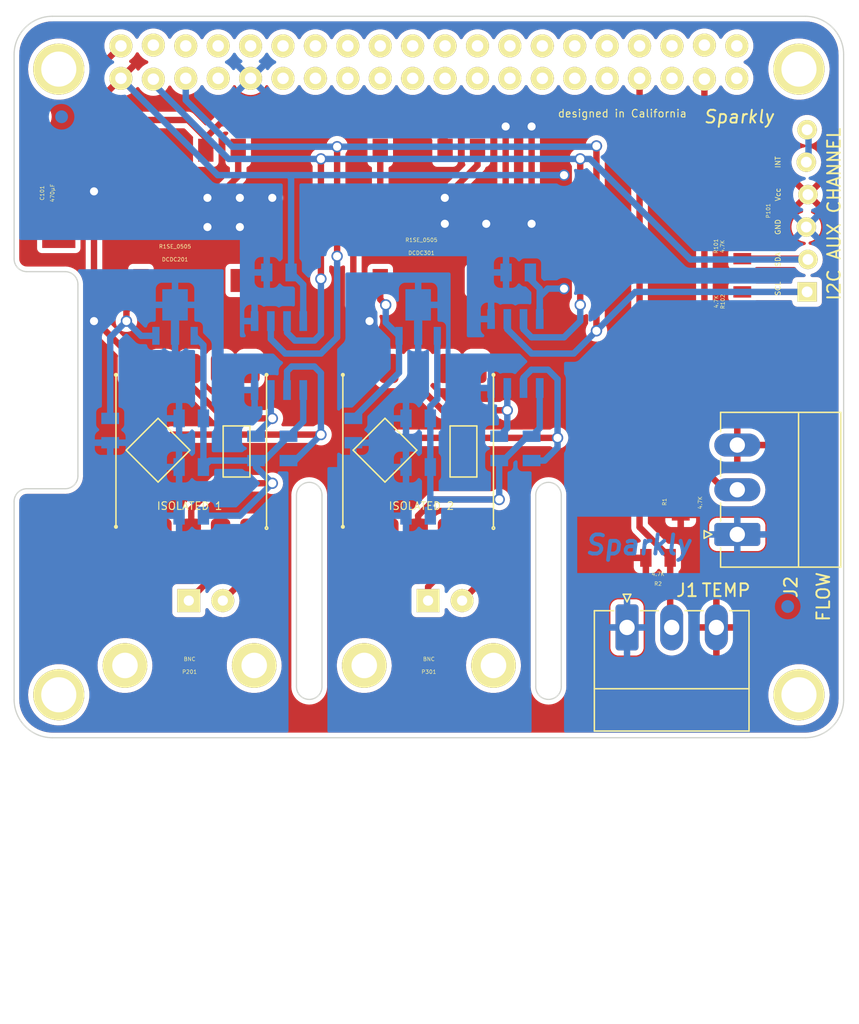
<source format=kicad_pcb>
(kicad_pcb (version 20211014) (generator pcbnew)
  (title_block (title "Tentacle for Raspberry Pi") (date "2017-04-19") (rev "1.0") (company "Whitebox Labs") (comment 1 "Pedro Martin") (comment 2 "Dual isolation, I2C Bus Desi"))
  (layers (0 "F.Cu" signal) (31 "B.Cu" signal) (34 "B.Paste" user) (35 "F.Paste" user) (36 "B.SilkS" user "B.Silkscreen") (37 "F.SilkS" user "F.Silkscreen") (38 "B.Mask" user) (39 "F.Mask" user) (44 "Edge.Cuts" user))
  (net 0 "")
  (net 1 "+3.3V")
  (net 2 "GND")
  (net 3 "GND_ISO2")
  (net 4 "VCC")
  (net 5 "V_ISO2")
  (net 6 "Net-(C202-Pad2)")
  (net 7 "Net-(C302-Pad2)")
  (net 8 "Net-(P101-Pad5)")
  (net 9 "Net-(P201-Pad1)")
  (net 10 "Net-(P201-Pad2)")
  (net 11 "Net-(P301-Pad1)")
  (net 12 "Net-(P301-Pad2)")
  (net 13 "Net-(R201-Pad2)")
  (net 14 "Net-(R202-Pad2)")
  (net 15 "Net-(R301-Pad2)")
  (net 16 "Net-(R302-Pad2)")
  (net 17 "GND_ISO3")
  (net 18 "V_ISO3")
  (net 19 "/SDA")
  (net 20 "/SCL")
  (net 25 "/nonisolated1/TEMP")
  (net 26 "/nonisolated1/FLOW")
  (footprint "temp_terminal:WL-fiducial_1mm" (layer "F.Cu") (at 107.442 65.278)
    (fp_text reference "fiducial" hide)
    (fp_text value "VAL**" hide)
    (pad "1" smd circle locked (at 0 0) (size 1 1) (layers "F.Cu" "F.Mask") (clearance 0.5))
  )
  (footprint "temp_terminal:WL-fiducial_1mm" (layer "F.Cu") (at 165.354 106.172)
    (fp_text reference "fiducial" hide)
    (fp_text value "VAL**" hide)
    (pad "1" smd circle locked (at 0 0) (size 1 1) (layers "F.Cu" "F.Mask") (clearance 0.5))
  )
  (footprint "temp_terminal:WL-PI_Board_no_outline" (layer "F.Cu") (at 138 61.5455)
    (fp_text reference "PI_Board" hide)
    (fp_text value "VAL**" hide)
    (pad "" thru_hole circle locked (at -29 49) (size 4 4) (drill 2.75) (layers *.Cu *.Mask "F.SilkS"))
    (pad "" thru_hole circle locked (at 29 49) (size 4 4) (drill 2.75) (layers *.Cu *.Mask "F.SilkS"))
    (pad "" thru_hole circle locked (at 29 0) (size 4 4) (drill 2.75) (layers *.Cu *.Mask "F.SilkS"))
    (pad "" thru_hole circle locked (at -29 0) (size 4 4) (drill 2.75) (layers *.Cu *.Mask "F.SilkS"))
  )
  (footprint "temp_terminal:WL-CASE-X-2917" (layer "F.Cu") (at 109 71.25 -90)
    (fp_text reference "C101" (at 0 1.304 -90) (layer "F.SilkS") (effects (font (size 0.3 0.3) (thickness 0.04))))
    (fp_text value "470µF" (at 0 0.5 -90) (layer "F.SilkS") (effects (font (size 0.3 0.3) (thickness 0.04))))
    (pad "1" smd rect locked (at -3.12 0 270) (size 2.37 2.6) (layers "F.Cu" "F.Paste" "F.Mask") (net 4 "VCC"))
    (pad "2" smd rect locked (at 3.12 0 270) (size 2.37 2.6) (layers "F.Cu" "F.Paste" "F.Mask") (net 2 "GND"))
  )
  (footprint "temp_terminal:WL-R1SE-0505" (layer "F.Cu") (at 119.25 73 180)
    (fp_text reference "DCDC201" (at 1.14 -3.454 180) (layer "F.SilkS") (effects (font (size 0.3 0.3) (thickness 0.04))))
    (fp_text value "R1SE_0505" (at 1.14 -2.438 180) (layer "F.SilkS") (effects (font (size 0.3 0.3) (thickness 0.04))))
    (pad "1" smd rect locked (at -3.81 5.1 180) (size 1.2 1.8) (layers "F.Cu" "F.Paste" "F.Mask") (net 2 "GND"))
    (pad "2" smd rect locked (at -1.27 5.1 180) (size 1.2 1.8) (layers "F.Cu" "F.Paste" "F.Mask") (net 4 "VCC"))
    (pad "4" smd rect locked (at 3.81 5.1 180) (size 1.2 1.8) (layers "F.Cu" "F.Paste" "F.Mask") (net 3 "GND_ISO2"))
    (pad "5" smd rect locked (at 3.81 -5.1 180) (size 1.2 1.8) (layers "F.Cu" "F.Paste" "F.Mask") (net 6 "Net-(C202-Pad2)"))
    (pad "8" smd rect locked (at -3.81 -5.1 180) (size 1.2 1.8) (layers "F.Cu" "F.Paste" "F.Mask"))
  )
  (footprint "temp_terminal:WL-R1SE-0505" (layer "F.Cu") (at 138 73 180)
    (fp_text reference "DCDC301" (at 0.586 -2.946 180) (layer "F.SilkS") (effects (font (size 0.3 0.3) (thickness 0.04))))
    (fp_text value "R1SE_0505" (at 0.586 -1.93 180) (layer "F.SilkS") (effects (font (size 0.3 0.3) (thickness 0.04))))
    (pad "1" smd rect locked (at -3.81 5.1 180) (size 1.2 1.8) (layers "F.Cu" "F.Paste" "F.Mask") (net 2 "GND"))
    (pad "2" smd rect locked (at -1.27 5.1 180) (size 1.2 1.8) (layers "F.Cu" "F.Paste" "F.Mask") (net 4 "VCC"))
    (pad "4" smd rect locked (at 3.81 5.1 180) (size 1.2 1.8) (layers "F.Cu" "F.Paste" "F.Mask") (net 17 "GND_ISO3"))
    (pad "5" smd rect locked (at 3.81 -5.1 180) (size 1.2 1.8) (layers "F.Cu" "F.Paste" "F.Mask") (net 7 "Net-(C302-Pad2)"))
    (pad "8" smd rect locked (at -3.81 -5.1 180) (size 1.2 1.8) (layers "F.Cu" "F.Paste" "F.Mask"))
  )
  (footprint "temp_terminal:WL-PINH_1X6_snk" (layer "F.Cu") (at 167.64 72.644 90)
    (fp_text reference "P101" (at 0 -3.048 90) (layer "F.SilkS") (effects (font (size 0.3 0.3) (thickness 0.04))))
    (fp_text value "CONN_01X06" hide)
    (pad "1" thru_hole rect locked (at -6.35 0 90) (size 1.524 1.524) (drill 0.85) (layers *.Cu *.Mask "F.SilkS") (net 20 "/SCL"))
    (pad "2" thru_hole circle locked (at -3.81 0.0635 90) (size 1.524 1.524) (drill 0.85) (layers *.Cu *.Mask "F.SilkS") (net 19 "/SDA"))
    (pad "3" thru_hole circle locked (at -1.27 -0.0635 90) (size 1.524 1.524) (drill 0.85) (layers *.Cu *.Mask "F.SilkS") (net 2 "GND"))
    (pad "4" thru_hole circle locked (at 1.27 0.0635 90) (size 1.524 1.524) (drill 0.85) (layers *.Cu *.Mask "F.SilkS") (net 1 "+3.3V"))
    (pad "5" thru_hole circle locked (at 3.81 -0.0635 90) (size 1.524 1.524) (drill 0.85) (layers *.Cu *.Mask "F.SilkS") (net 8 "Net-(P101-Pad5)"))
    (pad "6" thru_hole circle locked (at 6.35 0 90) (size 1.524 1.524) (drill 0.85) (layers *.Cu *.Mask "F.SilkS") (net 8 "Net-(P101-Pad5)"))
  )
  (footprint "temp_terminal:WL-EB08040502_snk" (layer "F.Cu") (at 119.25 108.25 180)
    (fp_text reference "P201" (at 0 -0.5 180) (layer "F.SilkS") (effects (font (size 0.3 0.3) (thickness 0.04))))
    (fp_text value "BNC" (at 0 0.5 180) (layer "F.SilkS") (effects (font (size 0.3 0.3) (thickness 0.04))))
    (pad "" thru_hole circle locked (at 5.0635 0 180) (size 3.5 3.5) (drill 2) (layers *.Cu *.Mask "F.SilkS"))
    (pad "" thru_hole circle locked (at -5.0635 0 180) (size 3.5 3.5) (drill 2) (layers *.Cu *.Mask "F.SilkS"))
    (pad "1" thru_hole rect locked (at 0.0635 5.08 180) (size 1.8 1.8) (drill 0.8) (layers *.Cu *.Mask "F.SilkS") (net 9 "Net-(P201-Pad1)"))
    (pad "2" thru_hole circle locked (at -2.6035 5.08 180) (size 1.8 1.8) (drill 0.8) (layers *.Cu *.Mask "F.SilkS") (net 10 "Net-(P201-Pad2)"))
  )
  (footprint "temp_terminal:WL-EB08040502_snk" (layer "F.Cu") (at 138 108.25 180)
    (fp_text reference "P301" (at 0 -0.5 180) (layer "F.SilkS") (effects (font (size 0.3 0.3) (thickness 0.04))))
    (fp_text value "BNC" (at 0 0.5 180) (layer "F.SilkS") (effects (font (size 0.3 0.3) (thickness 0.04))))
    (pad "" thru_hole circle locked (at 5.0635 0 180) (size 3.5 3.5) (drill 2) (layers *.Cu *.Mask "F.SilkS"))
    (pad "" thru_hole circle locked (at -5.0635 0 180) (size 3.5 3.5) (drill 2) (layers *.Cu *.Mask "F.SilkS"))
    (pad "1" thru_hole rect locked (at 0.0635 5.08 180) (size 1.8 1.8) (drill 0.8) (layers *.Cu *.Mask "F.SilkS") (net 11 "Net-(P301-Pad1)"))
    (pad "2" thru_hole circle locked (at -2.6035 5.08 180) (size 1.8 1.8) (drill 0.8) (layers *.Cu *.Mask "F.SilkS") (net 12 "Net-(P301-Pad2)"))
  )
  (footprint "temp_terminal:WL-40pin_snk" (layer "F.Cu") (at 138 61)
    (fp_text reference "PI_BOARD101")
    (fp_text value "RASPBERRY_PI_2")
    (pad "1" thru_hole circle locked (at -24.13 1.27 90) (size 1.8 1.8) (drill 0.9) (layers *.Cu *.Mask "F.SilkS") (net 1 "+3.3V"))
    (pad "2" thru_hole circle locked (at -24.13 -1.27 90) (size 1.8 1.8) (drill 0.9) (layers *.Cu *.Mask "F.SilkS") (net 4 "VCC"))
    (pad "3" thru_hole circle locked (at -21.59 1.3335 90) (size 1.8 1.8) (drill 0.9) (layers *.Cu *.Mask "F.SilkS") (net 19 "/SDA"))
    (pad "4" thru_hole circle locked (at -21.59 -1.3335 90) (size 1.8 1.8) (drill 0.9) (layers *.Cu *.Mask "F.SilkS"))
    (pad "5" thru_hole circle locked (at -19.05 1.27 90) (size 1.8 1.8) (drill 0.9) (layers *.Cu *.Mask "F.SilkS") (net 20 "/SCL"))
    (pad "6" thru_hole circle locked (at -19.05 -1.27 90) (size 1.8 1.8) (drill 0.9) (layers *.Cu *.Mask "F.SilkS"))
    (pad "7" thru_hole circle locked (at -16.51 1.27 90) (size 1.8 1.8) (drill 0.9) (layers *.Cu *.Mask "F.SilkS"))
    (pad "8" thru_hole circle locked (at -16.51 -1.27 90) (size 1.8 1.8) (drill 0.9) (layers *.Cu *.Mask "F.SilkS"))
    (pad "9" thru_hole circle locked (at -13.97 1.27 90) (size 1.8 1.8) (drill 0.9) (layers *.Cu *.Mask "F.SilkS") (net 2 "GND"))
    (pad "10" thru_hole circle locked (at -13.97 -1.27 90) (size 1.8 1.8) (drill 0.9) (layers *.Cu *.Mask "F.SilkS"))
    (pad "11" thru_hole circle locked (at -11.43 1.27 90) (size 1.8 1.8) (drill 0.9) (layers *.Cu *.Mask "F.SilkS"))
    (pad "12" thru_hole circle locked (at -11.43 -1.27 90) (size 1.8 1.8) (drill 0.9) (layers *.Cu *.Mask "F.SilkS"))
    (pad "13" thru_hole circle locked (at -8.89 1.27 90) (size 1.8 1.8) (drill 0.9) (layers *.Cu *.Mask "F.SilkS"))
    (pad "14" thru_hole circle locked (at -8.89 -1.27 90) (size 1.8 1.8) (drill 0.9) (layers *.Cu *.Mask "F.SilkS"))
    (pad "15" thru_hole circle locked (at -6.35 1.27 90) (size 1.8 1.8) (drill 0.9) (layers *.Cu *.Mask "F.SilkS"))
    (pad "16" thru_hole circle locked (at -6.35 -1.27 90) (size 1.8 1.8) (drill 0.9) (layers *.Cu *.Mask "F.SilkS"))
    (pad "17" thru_hole circle locked (at -3.81 1.27 90) (size 1.8 1.8) (drill 0.9) (layers *.Cu *.Mask "F.SilkS"))
    (pad "18" thru_hole circle locked (at -3.81 -1.27 90) (size 1.8 1.8) (drill 0.9) (layers *.Cu *.Mask "F.SilkS"))
    (pad "19" thru_hole circle locked (at -1.27 1.27 90) (size 1.8 1.8) (drill 0.9) (layers *.Cu *.Mask "F.SilkS"))
    (pad "20" thru_hole circle locked (at -1.27 -1.27 90) (size 1.8 1.8) (drill 0.9) (layers *.Cu *.Mask "F.SilkS"))
    (pad "21" thru_hole circle locked (at 1.27 1.27 90) (size 1.8 1.8) (drill 0.9) (layers *.Cu *.Mask "F.SilkS"))
    (pad "22" thru_hole circle locked (at 1.27 -1.27 90) (size 1.8 1.8) (drill 0.9) (layers *.Cu *.Mask "F.SilkS"))
    (pad "23" thru_hole circle locked (at 3.81 1.27 90) (size 1.8 1.8) (drill 0.9) (layers *.Cu *.Mask "F.SilkS"))
    (pad "24" thru_hole circle locked (at 3.81 -1.27 90) (size 1.8 1.8) (drill 0.9) (layers *.Cu *.Mask "F.SilkS"))
    (pad "25" thru_hole circle locked (at 6.35 1.27 90) (size 1.8 1.8) (drill 0.9) (layers *.Cu *.Mask "F.SilkS"))
    (pad "26" thru_hole circle locked (at 6.35 -1.27 90) (size 1.8 1.8) (drill 0.9) (layers *.Cu *.Mask "F.SilkS"))
    (pad "27" thru_hole circle locked (at 8.89 1.27 90) (size 1.8 1.8) (drill 0.9) (layers *.Cu *.Mask "F.SilkS"))
    (pad "28" thru_hole circle locked (at 8.89 -1.27 90) (size 1.8 1.8) (drill 0.9) (layers *.Cu *.Mask "F.SilkS"))
    (pad "29" thru_hole circle locked (at 11.43 1.27 90) (size 1.8 1.8) (drill 0.9) (layers *.Cu *.Mask "F.SilkS"))
    (pad "30" thru_hole circle locked (at 11.43 -1.27 90) (size 1.8 1.8) (drill 0.9) (layers *.Cu *.Mask "F.SilkS"))
    (pad "31" thru_hole circle locked (at 13.97 1.27 90) (size 1.8 1.8) (drill 0.9) (layers *.Cu *.Mask "F.SilkS"))
    (pad "32" thru_hole circle locked (at 13.97 -1.27 90) (size 1.8 1.8) (drill 0.9) (layers *.Cu *.Mask "F.SilkS"))
    (pad "33" thru_hole circle locked (at 16.51 1.27 90) (size 1.8 1.8) (drill 0.9) (layers *.Cu *.Mask "F.SilkS") (net 25 "/nonisolated1/TEMP"))
    (pad "34" thru_hole circle locked (at 16.51 -1.27 90) (size 1.8 1.8) (drill 0.9) (layers *.Cu *.Mask "F.SilkS"))
    (pad "35" thru_hole circle locked (at 19.05 1.27 90) (size 1.8 1.8) (drill 0.9) (layers *.Cu *.Mask "F.SilkS"))
    (pad "36" thru_hole circle locked (at 19.05 -1.27 90) (size 1.8 1.8) (drill 0.9) (layers *.Cu *.Mask "F.SilkS"))
    (pad "37" thru_hole circle locked (at 21.59 1.3335 90) (size 1.8 1.8) (drill 0.9) (layers *.Cu *.Mask "F.SilkS") (net 26 "/nonisolated1/FLOW"))
    (pad "38" thru_hole circle locked (at 21.59 -1.3335 90) (size 1.8 1.8) (drill 0.9) (layers *.Cu *.Mask "F.SilkS"))
    (pad "39" thru_hole circle locked (at 24.13 1.27 90) (size 1.8 1.8) (drill 0.9) (layers *.Cu *.Mask "F.SilkS"))
    (pad "40" thru_hole circle locked (at 24.13 -1.27 90) (size 1.8 1.8) (drill 0.9) (layers *.Cu *.Mask "F.SilkS"))
  )
  (footprint "temp_terminal:WL-SM0805R" (layer "F.Cu") (at 162.56 75.438 90)
    (fp_text reference "R101" (at 0.026 -2.064 90) (layer "F.SilkS") (effects (font (size 0.3 0.3) (thickness 0.04))))
    (fp_text value "4.7K" (at 0 -1.556 90) (layer "F.SilkS") (effects (font (size 0.3 0.3) (thickness 0.04))))
    (pad "1" smd rect locked (at -0.9525 0 90) (size 0.889 1.397) (layers "F.Cu" "F.Paste" "F.Mask") (net 19 "/SDA"))
    (pad "2" smd rect locked (at 0.9525 0 90) (size 0.889 1.397) (layers "F.Cu" "F.Paste" "F.Mask") (net 1 "+3.3V"))
  )
  (footprint "temp_terminal:WL-SM0805R" (layer "F.Cu") (at 162.56 79.9465 -90)
    (fp_text reference "R102" (at -0.1905 1.532 90) (layer "F.SilkS") (effects (font (size 0.3 0.3) (thickness 0.04))))
    (fp_text value "4.7K" (at -0.1905 2.04 90) (layer "F.SilkS") (effects (font (size 0.3 0.3) (thickness 0.04))))
    (pad "1" smd rect locked (at -0.9525 0 270) (size 0.889 1.397) (layers "F.Cu" "F.Paste" "F.Mask") (net 20 "/SCL"))
    (pad "2" smd rect locked (at 0.9525 0 270) (size 0.889 1.397) (layers "F.Cu" "F.Paste" "F.Mask") (net 1 "+3.3V"))
  )
  (footprint "temp_terminal:WL-ezo-smd" (layer "F.Cu") (at 114.78 97.89 90)
    (fp_text reference "STP201" hide)
    (fp_text value "EZO_SMD" hide)
    (pad "1" smd roundrect locked (at 0 0 90) (size 2.286 1.524) (layers "F.Cu" "F.Paste" "F.Mask") (net 14 "Net-(R202-Pad2)"))
    (pad "2" smd roundrect locked (at 0 2.3 90) (size 2.286 1.524) (layers "F.Cu" "F.Paste" "F.Mask"))
    (pad "3" smd roundrect locked (at 0 4.6 90) (size 2.286 1.524) (layers "F.Cu" "F.Paste" "F.Mask") (net 5 "V_ISO2"))
    (pad "4" smd roundrect locked (at 0 6.9 90) (size 2.286 1.524) (layers "F.Cu" "F.Paste" "F.Mask") (net 9 "Net-(P201-Pad1)"))
    (pad "5" smd roundrect locked (at 0 9.2 90) (size 2.286 1.524) (layers "F.Cu" "F.Paste" "F.Mask") (net 10 "Net-(P201-Pad2)"))
    (pad "6" smd roundrect locked (at 12.9 0 90) (size 2.286 1.524) (layers "F.Cu" "F.Paste" "F.Mask") (net 3 "GND_ISO2"))
    (pad "7" smd roundrect locked (at 12.9 2.3 90) (size 2.286 1.524) (layers "F.Cu" "F.Paste" "F.Mask"))
    (pad "8" smd roundrect locked (at 12.9 4.6 90) (size 2.286 1.524) (layers "F.Cu" "F.Paste" "F.Mask") (net 13 "Net-(R201-Pad2)"))
    (pad "9" smd roundrect locked (at 12.9 6.9 90) (size 2.286 1.524) (layers "F.Cu" "F.Paste" "F.Mask"))
    (pad "10" smd roundrect locked (at 12.9 9.2 90) (size 2.286 1.524) (layers "F.Cu" "F.Paste" "F.Mask"))
  )
  (footprint "temp_terminal:WL-ezo-smd" (layer "F.Cu") (at 132.56 97.89 90)
    (fp_text reference "STP301" hide)
    (fp_text value "EZO_SMD" hide)
    (pad "1" smd roundrect locked (at 0 0 90) (size 2.286 1.524) (layers "F.Cu" "F.Paste" "F.Mask") (net 16 "Net-(R302-Pad2)"))
    (pad "2" smd roundrect locked (at 0 2.3 90) (size 2.286 1.524) (layers "F.Cu" "F.Paste" "F.Mask"))
    (pad "3" smd roundrect locked (at 0 4.6 90) (size 2.286 1.524) (layers "F.Cu" "F.Paste" "F.Mask") (net 18 "V_ISO3"))
    (pad "4" smd roundrect locked (at 0 6.9 90) (size 2.286 1.524) (layers "F.Cu" "F.Paste" "F.Mask") (net 11 "Net-(P301-Pad1)"))
    (pad "5" smd roundrect locked (at 0 9.2 90) (size 2.286 1.524) (layers "F.Cu" "F.Paste" "F.Mask") (net 12 "Net-(P301-Pad2)"))
    (pad "6" smd roundrect locked (at 12.9 0 90) (size 2.286 1.524) (layers "F.Cu" "F.Paste" "F.Mask") (net 17 "GND_ISO3"))
    (pad "7" smd roundrect locked (at 12.9 2.3 90) (size 2.286 1.524) (layers "F.Cu" "F.Paste" "F.Mask"))
    (pad "8" smd roundrect locked (at 12.9 4.6 90) (size 2.286 1.524) (layers "F.Cu" "F.Paste" "F.Mask") (net 15 "Net-(R301-Pad2)"))
    (pad "9" smd roundrect locked (at 12.9 6.9 90) (size 2.286 1.524) (layers "F.Cu" "F.Paste" "F.Mask"))
    (pad "10" smd roundrect locked (at 12.9 9.2 90) (size 2.286 1.524) (layers "F.Cu" "F.Paste" "F.Mask"))
  )
  (footprint "temp_terminal:WL-SM0805R" (layer "F.Cu") (at 155.956 99.822 180)
    (fp_text reference "R2" (at 0 -2.032) (layer "F.SilkS") (effects (font (size 0.3 0.3) (thickness 0.04))))
    (fp_text value "4.7K" (at 0 -1.27) (layer "F.SilkS") (effects (font (size 0.3 0.3) (thickness 0.04))))
    (pad "1" smd rect locked (at -0.9525 0 180) (size 0.889 1.397) (layers "F.Cu" "F.Paste" "F.Mask") (net 25 "/nonisolated1/TEMP"))
    (pad "2" smd rect locked (at 0.9525 0 180) (size 0.889 1.397) (layers "F.Cu" "F.Paste" "F.Mask") (net 1 "+3.3V"))
  )
  (footprint "Connector_Phoenix_MC:PhoenixContact_MC_1,5_3-G-3.5_1x03_P3.50mm_Horizontal" (layer "F.Cu") (at 153.527 105.2715)
    (fp_text reference "J1" (at 4.715 -2.9095) (layer "F.SilkS"))
    (fp_text value "Conn_01x03" hide)
    (pad "1" thru_hole roundrect locked (at 0 0) (size 1.8 3.6) (drill 1.2) (layers *.Cu *.Mask) (roundrect_rratio 0.138889) (net 2 "GND"))
    (pad "2" thru_hole oval locked (at 3.5 0) (size 1.8 3.6) (drill 1.2) (layers *.Cu *.Mask) (net 25 "/nonisolated1/TEMP"))
    (pad "3" thru_hole oval locked (at 7 0) (size 1.8 3.6) (drill 1.2) (layers *.Cu *.Mask) (net 1 "+3.3V"))
  )
  (footprint "temp_terminal:WL-SM0805R" (layer "F.Cu") (at 157.734 95.504 -90)
    (fp_text reference "R1" (at -0.0635 1.27 90) (layer "F.SilkS") (effects (font (size 0.3 0.3) (thickness 0.04))))
    (fp_text value "4.7K" (at 0 -1.524 90) (layer "F.SilkS") (effects (font (size 0.3 0.3) (thickness 0.04))))
    (pad "1" smd rect locked (at -0.9525 0 270) (size 0.889 1.397) (layers "F.Cu" "F.Paste" "F.Mask") (net 26 "/nonisolated1/FLOW"))
    (pad "2" smd rect locked (at 0.9525 0 270) (size 0.889 1.397) (layers "F.Cu" "F.Paste" "F.Mask") (net 1 "+3.3V"))
  )
  (footprint "Connector_Phoenix_MC:PhoenixContact_MC_1,5_3-G-3.5_1x03_P3.50mm_Horizontal" (layer "F.Cu") (at 162.1675 97.988 90)
    (fp_text reference "J2" (at -4.12 4.2025 90) (layer "F.SilkS"))
    (fp_text value "Conn_01x03" hide)
    (pad "1" thru_hole roundrect locked (at 0 0 90) (size 1.8 3.6) (drill 1.2) (layers *.Cu *.Mask) (roundrect_rratio 0.138889) (net 2 "GND"))
    (pad "2" thru_hole oval locked (at 3.5 0 90) (size 1.8 3.6) (drill 1.2) (layers *.Cu *.Mask) (net 26 "/nonisolated1/FLOW"))
    (pad "3" thru_hole oval locked (at 7 0 90) (size 1.8 3.6) (drill 1.2) (layers *.Cu *.Mask) (net 1 "+3.3V"))
  )
  (footprint "temp_terminal:WL-SM0805C" (layer "B.Cu") (at 119.38 92.71)
    (fp_text reference "C201")
    (fp_text value "1µF")
    (pad "1" smd rect locked (at -0.9525 0) (size 0.889 1.397) (layers "B.Cu" "B.Paste" "B.Mask") (net 3 "GND_ISO2"))
    (pad "2" smd rect locked (at 0.9525 0) (size 0.889 1.397) (layers "B.Cu" "B.Paste" "B.Mask") (net 5 "V_ISO2"))
  )
  (footprint "temp_terminal:WL-SM0805C" (layer "B.Cu") (at 113.03 89.8525 90)
    (fp_text reference "C202")
    (fp_text value "1µF")
    (pad "1" smd rect locked (at -0.9525 0 90) (size 0.889 1.397) (layers "B.Cu" "B.Paste" "B.Mask") (net 3 "GND_ISO2"))
    (pad "2" smd rect locked (at 0.9525 0 90) (size 0.889 1.397) (layers "B.Cu" "B.Paste" "B.Mask") (net 6 "Net-(C202-Pad2)"))
  )
  (footprint "temp_terminal:WL-SM0805C" (layer "B.Cu") (at 119.38 88.9)
    (fp_text reference "C203")
    (fp_text value "2.2µF")
    (pad "1" smd rect locked (at -0.9525 0) (size 0.889 1.397) (layers "B.Cu" "B.Paste" "B.Mask") (net 3 "GND_ISO2"))
    (pad "2" smd rect locked (at 0.9525 0) (size 0.889 1.397) (layers "B.Cu" "B.Paste" "B.Mask") (net 5 "V_ISO2"))
  )
  (footprint "temp_terminal:WL-SM0805C" (layer "B.Cu") (at 119.38 96.52)
    (fp_text reference "C204")
    (fp_text value "0.1 µF")
    (pad "1" smd rect locked (at -0.9525 0) (size 0.889 1.397) (layers "B.Cu" "B.Paste" "B.Mask") (net 3 "GND_ISO2"))
    (pad "2" smd rect locked (at 0.9525 0) (size 0.889 1.397) (layers "B.Cu" "B.Paste" "B.Mask") (net 5 "V_ISO2"))
  )
  (footprint "temp_terminal:WL-SM0805C" (layer "B.Cu") (at 126.25 77.47 180)
    (fp_text reference "C205")
    (fp_text value "0.1 µF")
    (pad "1" smd rect locked (at -0.9525 0 180) (size 0.889 1.397) (layers "B.Cu" "B.Paste" "B.Mask") (net 1 "+3.3V"))
    (pad "2" smd rect locked (at 0.9525 0 180) (size 0.889 1.397) (layers "B.Cu" "B.Paste" "B.Mask") (net 2 "GND"))
  )
  (footprint "temp_terminal:WL-SM0805C" (layer "B.Cu") (at 137.16 92.71)
    (fp_text reference "C301")
    (fp_text value "1µF")
    (pad "1" smd rect locked (at -0.9525 0) (size 0.889 1.397) (layers "B.Cu" "B.Paste" "B.Mask") (net 17 "GND_ISO3"))
    (pad "2" smd rect locked (at 0.9525 0) (size 0.889 1.397) (layers "B.Cu" "B.Paste" "B.Mask") (net 18 "V_ISO3"))
  )
  (footprint "temp_terminal:WL-SM0805C" (layer "B.Cu") (at 132.08 89.8525 90)
    (fp_text reference "C302")
    (fp_text value "1µF")
    (pad "1" smd rect locked (at -0.9525 0 90) (size 0.889 1.397) (layers "B.Cu" "B.Paste" "B.Mask") (net 17 "GND_ISO3"))
    (pad "2" smd rect locked (at 0.9525 0 90) (size 0.889 1.397) (layers "B.Cu" "B.Paste" "B.Mask") (net 7 "Net-(C302-Pad2)"))
  )
  (footprint "temp_terminal:WL-SM0805C" (layer "B.Cu") (at 137.16 88.9)
    (fp_text reference "C303")
    (fp_text value "2.2µF")
    (pad "1" smd rect locked (at -0.9525 0) (size 0.889 1.397) (layers "B.Cu" "B.Paste" "B.Mask") (net 17 "GND_ISO3"))
    (pad "2" smd rect locked (at 0.9525 0) (size 0.889 1.397) (layers "B.Cu" "B.Paste" "B.Mask") (net 18 "V_ISO3"))
  )
  (footprint "temp_terminal:WL-SM0805C" (layer "B.Cu") (at 137.16 96.52)
    (fp_text reference "C304")
    (fp_text value "0.1 µF")
    (pad "1" smd rect locked (at -0.9525 0) (size 0.889 1.397) (layers "B.Cu" "B.Paste" "B.Mask") (net 17 "GND_ISO3"))
    (pad "2" smd rect locked (at 0.9525 0) (size 0.889 1.397) (layers "B.Cu" "B.Paste" "B.Mask") (net 18 "V_ISO3"))
  )
  (footprint "temp_terminal:WL-SM0805C" (layer "B.Cu") (at 145 77.47 180)
    (fp_text reference "C305")
    (fp_text value "0.1 µF")
    (pad "1" smd rect locked (at -0.9525 0 180) (size 0.889 1.397) (layers "B.Cu" "B.Paste" "B.Mask") (net 1 "+3.3V"))
    (pad "2" smd rect locked (at 0.9525 0 180) (size 0.889 1.397) (layers "B.Cu" "B.Paste" "B.Mask") (net 2 "GND"))
  )
  (footprint "temp_terminal:WL-SM0805R" (layer "B.Cu") (at 124.46 91.25 90)
    (fp_text reference "R201")
    (fp_text value "4.7K")
    (pad "1" smd rect locked (at -0.9525 0 90) (size 0.889 1.397) (layers "B.Cu" "B.Paste" "B.Mask") (net 5 "V_ISO2"))
    (pad "2" smd rect locked (at 0.9525 0 90) (size 0.889 1.397) (layers "B.Cu" "B.Paste" "B.Mask") (net 13 "Net-(R201-Pad2)"))
  )
  (footprint "temp_terminal:WL-SM0805R" (layer "B.Cu") (at 127 91.25 -90)
    (fp_text reference "R202")
    (fp_text value "4.7K")
    (pad "1" smd rect locked (at -0.9525 0 270) (size 0.889 1.397) (layers "B.Cu" "B.Paste" "B.Mask") (net 5 "V_ISO2"))
    (pad "2" smd rect locked (at 0.9525 0 270) (size 0.889 1.397) (layers "B.Cu" "B.Paste" "B.Mask") (net 14 "Net-(R202-Pad2)"))
  )
  (footprint "temp_terminal:WL-SM0805R" (layer "B.Cu") (at 143.51 91.25 90)
    (fp_text reference "R301")
    (fp_text value "4.7K")
    (pad "1" smd rect locked (at -0.9525 0 90) (size 0.889 1.397) (layers "B.Cu" "B.Paste" "B.Mask") (net 18 "V_ISO3"))
    (pad "2" smd rect locked (at 0.9525 0 90) (size 0.889 1.397) (layers "B.Cu" "B.Paste" "B.Mask") (net 15 "Net-(R301-Pad2)"))
  )
  (footprint "temp_terminal:WL-SM0805R" (layer "B.Cu") (at 146.05 91.25 -90)
    (fp_text reference "R302")
    (fp_text value "4.7K")
    (pad "1" smd rect locked (at -0.9525 0 270) (size 0.889 1.397) (layers "B.Cu" "B.Paste" "B.Mask") (net 18 "V_ISO3"))
    (pad "2" smd rect locked (at 0.9525 0 270) (size 0.889 1.397) (layers "B.Cu" "B.Paste" "B.Mask") (net 16 "Net-(R302-Pad2)"))
  )
  (footprint "temp_terminal:WL-SOT89" (layer "B.Cu") (at 118.11 80.96 180)
    (fp_text reference "REG201")
    (fp_text value "LD2981ABU50TR")
    (pad "1" smd rect locked (at -1.5 -1.475 180) (size 0.57 1.4) (layers "B.Cu" "B.Paste" "B.Mask") (net 5 "V_ISO2"))
    (pad "2" smd rect locked (at 0 0.95 180) (size 2 2.45) (layers "B.Cu" "B.Paste" "B.Mask") (net 3 "GND_ISO2"))
    (pad "2" smd rect locked (at 0 -1.225 180) (size 0.65 1.9) (layers "B.Cu" "B.Paste" "B.Mask") (net 3 "GND_ISO2"))
    (pad "3" smd rect locked (at 1.5 -1.475 180) (size 0.57 1.4) (layers "B.Cu" "B.Paste" "B.Mask") (net 6 "Net-(C202-Pad2)"))
  )
  (footprint "temp_terminal:WL-SOT89" (layer "B.Cu") (at 137.16 80.96 180)
    (fp_text reference "REG301")
    (fp_text value "LD2981ABU50TR")
    (pad "1" smd rect locked (at -1.5 -1.475 180) (size 0.57 1.4) (layers "B.Cu" "B.Paste" "B.Mask") (net 18 "V_ISO3"))
    (pad "2" smd rect locked (at 0 -1.225 180) (size 0.65 1.9) (layers "B.Cu" "B.Paste" "B.Mask") (net 17 "GND_ISO3"))
    (pad "2" smd rect locked (at 0 0.95 180) (size 2 2.45) (layers "B.Cu" "B.Paste" "B.Mask") (net 17 "GND_ISO3"))
    (pad "3" smd rect locked (at 1.5 -1.475 180) (size 0.57 1.4) (layers "B.Cu" "B.Paste" "B.Mask") (net 7 "Net-(C302-Pad2)"))
  )
  (footprint "temp_terminal:WL-SOIC8N" (layer "B.Cu") (at 144.78 83.82 90)
    (fp_text reference "SIG_ISO301")
    (fp_text value "SI8600")
    (pad "1" smd rect locked (at -2.7 1.905 90) (size 1.55 0.6) (layers "B.Cu" "B.Paste" "B.Mask") (net 18 "V_ISO3"))
    (pad "2" smd rect locked (at -2.7 0.635 90) (size 1.55 0.6) (layers "B.Cu" "B.Paste" "B.Mask") (net 16 "Net-(R302-Pad2)"))
    (pad "3" smd rect locked (at -2.7 -0.635 90) (size 1.55 0.6) (layers "B.Cu" "B.Paste" "B.Mask") (net 15 "Net-(R301-Pad2)"))
    (pad "4" smd rect locked (at -2.7 -1.905 90) (size 1.55 0.6) (layers "B.Cu" "B.Paste" "B.Mask") (net 17 "GND_ISO3"))
    (pad "5" smd rect locked (at 2.7 -1.905 90) (size 1.55 0.6) (layers "B.Cu" "B.Paste" "B.Mask") (net 2 "GND"))
    (pad "6" smd rect locked (at 2.7 -0.635 90) (size 1.55 0.6) (layers "B.Cu" "B.Paste" "B.Mask") (net 20 "/SCL"))
    (pad "7" smd rect locked (at 2.7 0.635 90) (size 1.55 0.6) (layers "B.Cu" "B.Paste" "B.Mask") (net 19 "/SDA"))
    (pad "8" smd rect locked (at 2.7 1.905 90) (size 1.55 0.6) (layers "B.Cu" "B.Paste" "B.Mask") (net 1 "+3.3V"))
  )
  (footprint "temp_terminal:WL-SOIC8N" (layer "B.Cu") (at 126.25 83.98 90)
    (fp_text reference "SIG_ISO201")
    (fp_text value "SI8600")
    (pad "1" smd rect locked (at -2.7 1.905 90) (size 1.55 0.6) (layers "B.Cu" "B.Paste" "B.Mask") (net 5 "V_ISO2"))
    (pad "2" smd rect locked (at -2.7 0.635 90) (size 1.55 0.6) (layers "B.Cu" "B.Paste" "B.Mask") (net 14 "Net-(R202-Pad2)"))
    (pad "3" smd rect locked (at -2.7 -0.635 90) (size 1.55 0.6) (layers "B.Cu" "B.Paste" "B.Mask") (net 13 "Net-(R201-Pad2)"))
    (pad "4" smd rect locked (at -2.7 -1.905 90) (size 1.55 0.6) (layers "B.Cu" "B.Paste" "B.Mask") (net 3 "GND_ISO2"))
    (pad "5" smd rect locked (at 2.7 -1.905 90) (size 1.55 0.6) (layers "B.Cu" "B.Paste" "B.Mask") (net 2 "GND"))
    (pad "6" smd rect locked (at 2.7 -0.635 90) (size 1.55 0.6) (layers "B.Cu" "B.Paste" "B.Mask") (net 20 "/SCL"))
    (pad "7" smd rect locked (at 2.7 0.635 90) (size 1.55 0.6) (layers "B.Cu" "B.Paste" "B.Mask") (net 19 "/SDA"))
    (pad "8" smd rect locked (at 2.7 1.905 90) (size 1.55 0.6) (layers "B.Cu" "B.Paste" "B.Mask") (net 1 "+3.3V"))
  )
  (footprint "temp_terminal:WL-fiducial_1mm" (layer "B.Cu") (at 109.22 65.278 180)
    (fp_text reference "fiducial" hide)
    (fp_text value "VAL**" hide)
    (pad "2" smd circle locked (at 0 0 180) (size 1 1) (layers "B.Cu" "B.Mask") (clearance 0.5))
  )
  (footprint "temp_terminal:WL-fiducial_1mm" (layer "B.Cu") (at 166.116 103.632 180)
    (fp_text reference "fiducial" hide)
    (fp_text value "VAL**" hide)
    (pad "1" smd circle locked (at 0 0 180) (size 1 1) (layers "B.Cu" "B.Mask") (clearance 0.5))
  )
  (gr_line (start 127.625 109.90868) (end 127.625 94.90868) (layer "Edge.Cuts") (width 0.1))
  (gr_line (start 129.625 109.90868) (end 129.625 94.90868) (layer "Edge.Cuts") (width 0.1))
  (gr_arc (start 128.625 110.90868) (mid 127.917893 110.615787) (end 127.625 109.90868) (layer "Edge.Cuts") (width 0.1))
  (gr_arc (start 129.625 109.90868) (mid 129.332107 110.615787) (end 128.625 110.90868) (layer "Edge.Cuts") (width 0.1))
  (gr_arc (start 128.625 93.90868) (mid 129.332107 94.201573) (end 129.625 94.90868) (layer "Edge.Cuts") (width 0.1))
  (gr_arc (start 127.625 94.90868) (mid 127.917893 94.201573) (end 128.625 93.90868) (layer "Edge.Cuts") (width 0.1))
  (gr_arc (start 105.5 95.40868) (mid 105.792893 94.701573) (end 106.5 94.40868) (layer "Edge.Cuts") (width 0.1))
  (gr_line (start 106.5 94.40868) (end 109.5 94.40868) (layer "Edge.Cuts") (width 0.1))
  (gr_arc (start 105.5 60.40868) (mid 106.37868 58.28736) (end 108.5 57.40868) (layer "Edge.Cuts") (width 0.1))
  (gr_line (start 146.375 109.90868) (end 146.375 94.90868) (layer "Edge.Cuts") (width 0.1))
  (gr_arc (start 109.5 77.40868) (mid 110.207107 77.701573) (end 110.5 78.40868) (layer "Edge.Cuts") (width 0.1))
  (gr_line (start 105.5 76.40868) (end 105.5 60.40868) (layer "Edge.Cuts") (width 0.1))
  (gr_arc (start 110.5 93.40868) (mid 110.207107 94.115787) (end 109.5 94.40868) (layer "Edge.Cuts") (width 0.1))
  (gr_arc (start 148.375 109.90868) (mid 148.082107 110.615787) (end 147.375 110.90868) (layer "Edge.Cuts") (width 0.1))
  (gr_arc (start 146.375 94.90868) (mid 146.667893 94.201573) (end 147.375 93.90868) (layer "Edge.Cuts") (width 0.1))
  (gr_line (start 167.5 113.90868) (end 108.5 113.90868) (layer "Edge.Cuts") (width 0.1))
  (gr_arc (start 170.5 110.90868) (mid 169.62132 113.03) (end 167.5 113.90868) (layer "Edge.Cuts") (width 0.1))
  (gr_line (start 109.5 77.40868) (end 106.5 77.40868) (layer "Edge.Cuts") (width 0.1))
  (gr_arc (start 108.5 113.90868) (mid 106.37868 113.03) (end 105.5 110.90868) (layer "Edge.Cuts") (width 0.1))
  (gr_arc (start 167.5 57.40868) (mid 169.62132 58.28736) (end 170.5 60.40868) (layer "Edge.Cuts") (width 0.1))
  (gr_arc (start 147.375 110.90868) (mid 146.667893 110.615787) (end 146.375 109.90868) (layer "Edge.Cuts") (width 0.1))
  (gr_arc (start 106.5 77.40868) (mid 105.792893 77.115787) (end 105.5 76.40868) (layer "Edge.Cuts") (width 0.1))
  (gr_line (start 148.375 109.90868) (end 148.375 94.90868) (layer "Edge.Cuts") (width 0.1))
  (gr_line (start 110.5 93.40868) (end 110.5 78.40868) (layer "Edge.Cuts") (width 0.1))
  (gr_line (start 108.5 57.40868) (end 167.5 57.40868) (layer "Edge.Cuts") (width 0.1))
  (gr_line (start 170.5 60.40868) (end 170.5 110.90868) (layer "Edge.Cuts") (width 0.1))
  (gr_line (start 105.5 110.90868) (end 105.5 95.40868) (layer "Edge.Cuts") (width 0.1))
  (gr_arc (start 147.375 93.90868) (mid 148.082107 94.201573) (end 148.375 94.90868) (layer "Edge.Cuts") (width 0.1))
  (gr_text "Sparkly" (at 154.432 98.806) (layer "B.Cu") (effects (font (size 1.5 1.5) (thickness 0.3) italic)))
  (gr_text "ISOLATED 2" (at 137.414 95.758) (layer "F.SilkS") (effects (font (size 0.6 0.6) (thickness 0.08))))
  (gr_text "Sparkly" (at 162.306 65.278) (layer "F.SilkS") (effects (font (size 1 1) (thickness 0.15) italic)))
  (gr_text "designed in California" (at 153.162 65.024) (layer "F.SilkS") (effects (font (size 0.6 0.6) (thickness 0.08))))
  (gr_text "INT" (at 165.354 68.834 90) (layer "F.SilkS") (effects (font (size 0.4 0.4) (thickness 0.06))))
  (gr_text "I2C AUX CHANNEL" (at 169.75 72.898 90) (layer "F.SilkS") (effects (font (size 1 1))))
  (gr_text "ISOLATED 1" (at 119.25 95.758) (layer "F.SilkS") (effects (font (size 0.6 0.6) (thickness 0.08))))
  (gr_text "TEMP" (at 161.29 102.362) (layer "F.SilkS") (effects (font (size 1 1))))
  (gr_text "SDA" (at 165.354 76.454 90) (layer "F.SilkS") (effects (font (size 0.4 0.4) (thickness 0.06))))
  (gr_text "FLOW" (at 168.91 102.87 90) (layer "F.SilkS") (effects (font (size 1 1))))
  (gr_text "SCL" (at 165.354 78.74 90) (layer "F.SilkS") (effects (font (size 0.4 0.4) (thickness 0.06))))
  (gr_text "GND" (at 165.354 73.914 90) (layer "F.SilkS") (effects (font (size 0.4 0.4) (thickness 0.06))))
  (gr_text "Vcc" (at 165.354 71.374 90) (layer "F.SilkS") (effects (font (size 0.4 0.4) (thickness 0.06))))
  (segment (start 148.59 69.85) (end 148.59 78.74) (width 0.5) (layer "F.Cu") (net 1))
  (via (at 148.59 78.74) (size 0.889) (drill 0.635) (layers "F.Cu" "B.Cu") (net 1))
  (via (at 148.59 69.85) (size 0.889) (drill 0.635) (layers "F.Cu" "B.Cu") (net 1))
  (segment (start 128.155 81.28) (end 128.155 78.4225) (width 0.5) (layer "B.Cu") (net 1))
  (segment (start 145.9525 78.0075) (end 145.9525 77.47) (width 0.5) (layer "B.Cu") (net 1))
  (segment (start 146.685 78.74) (end 145.9525 78.0075) (width 0.5) (layer "B.Cu") (net 1))
  (segment (start 127.2025 77.47) (end 127.2025 70.0525) (width 0.5) (layer "B.Cu") (net 1))
  (segment (start 121.45 69.85) (end 113.87 62.27) (width 0.5) (layer "B.Cu") (net 1))
  (segment (start 146.685 81.12) (end 146.685 79.375) (width 0.5) (layer "B.Cu") (net 1))
  (segment (start 146.685 79.375) (end 147.32 78.74) (width 0.5) (layer "B.Cu") (net 1))
  (segment (start 146.685 81.12) (end 146.685 78.74) (width 0.5) (layer "B.Cu") (net 1))
  (segment (start 128.155 78.4225) (end 127.2025 77.47) (width 0.5) (layer "B.Cu") (net 1))
  (segment (start 148.59 69.85) (end 127 69.85) (width 0.5) (layer "B.Cu") (net 1))
  (segment (start 127 69.85) (end 121.45 69.85) (width 0.5) (layer "B.Cu") (net 1))
  (segment (start 127.2025 70.0525) (end 127 69.85) (width 0.5) (layer "B.Cu") (net 1))
  (segment (start 147.32 78.74) (end 148.59 78.74) (width 0.5) (layer "B.Cu") (net 1))
  (segment (start 110.49 71.12) (end 111.76 71.12) (width 0.5) (layer "F.Cu") (net 2))
  (segment (start 120.65 71.628) (end 121.372 71.628) (width 0.5) (layer "F.Cu") (net 2))
  (segment (start 141.81 69.068) (end 139.25 71.628) (width 0.5) (layer "F.Cu") (net 2))
  (segment (start 120.65 73.914) (end 123.19 73.914) (width 0.5) (layer "F.Cu") (net 2))
  (segment (start 144.018 66.04) (end 144.018 72.136) (width 0.5) (layer "F.Cu") (net 2))
  (segment (start 109 74.37) (end 109 72.61) (width 0.5) (layer "F.Cu") (net 2))
  (segment (start 146.05 73.66) (end 146.05 66.04) (width 0.5) (layer "F.Cu") (net 2))
  (segment (start 109 72.61) (end 110.49 71.12) (width 0.5) (layer "F.Cu") (net 2))
  (segment (start 123.19 71.628) (end 125.73 71.628) (width 0.5) (layer "F.Cu") (net 2))
  (segment (start 121.372 71.628) (end 123.06 69.94) (width 0.5) (layer "F.Cu") (net 2))
  (segment (start 141.81 67.9) (end 141.81 69.068) (width 0.5) (layer "F.Cu") (net 2))
  (segment (start 144.018 72.136) (end 142.494 73.66) (width 0.5) (layer "F.Cu") (net 2))
  (segment (start 123.06 69.94) (end 123.06 67.9) (width 0.5) (layer "F.Cu") (net 2))
  (segment (start 139.25 73.66) (end 142.494 73.66) (width 0.5) (layer "F.Cu") (net 2))
  (via (at 120.65 71.628) (size 0.889) (drill 0.635) (layers "F.Cu" "B.Cu") (net 2))
  (via (at 123.19 73.914) (size 0.889) (drill 0.635) (layers "F.Cu" "B.Cu") (net 2))
  (via (at 139.25 71.628) (size 0.889) (drill 0.635) (layers "F.Cu" "B.Cu") (net 2))
  (via (at 139.25 73.66) (size 0.889) (drill 0.635) (layers "F.Cu" "B.Cu") (net 2))
  (via (at 146.05 66.04) (size 0.889) (drill 0.635) (layers "F.Cu" "B.Cu") (net 2))
  (via (at 111.76 71.12) (size 0.889) (drill 0.635) (layers "F.Cu" "B.Cu") (net 2))
  (via (at 142.494 73.66) (size 0.889) (drill 0.635) (layers "F.Cu" "B.Cu") (net 2))
  (via (at 146.05 73.66) (size 0.889) (drill 0.635) (layers "F.Cu" "B.Cu") (net 2))
  (via (at 123.19 71.628) (size 0.889) (drill 0.635) (layers "F.Cu" "B.Cu") (net 2))
  (via (at 125.73 71.628) (size 0.889) (drill 0.635) (layers "F.Cu" "B.Cu") (net 2))
  (via (at 144.018 66.04) (size 0.889) (drill 0.635) (layers "F.Cu" "B.Cu") (net 2))
  (via (at 120.65 73.914) (size 0.889) (drill 0.635) (layers "F.Cu" "B.Cu") (net 2))
  (segment (start 146.05 73.66) (end 142.494 73.66) (width 0.5) (layer "B.Cu") (net 2))
  (segment (start 123.19 73.914) (end 123.19 71.628) (width 0.5) (layer "B.Cu") (net 2))
  (segment (start 139.25 71.628) (end 139.25 73.66) (width 0.5) (layer "B.Cu") (net 2))
  (segment (start 120.65 71.628) (end 120.65 73.914) (width 0.5) (layer "B.Cu") (net 2))
  (segment (start 114.78 84.17) (end 114.78 84.99) (width 0.5) (layer "F.Cu") (net 3))
  (segment (start 111.76 80.01) (end 111.76 73.66) (width 0.5) (layer "F.Cu") (net 3))
  (segment (start 111.76 81.15) (end 114.78 84.17) (width 0.5) (layer "F.Cu") (net 3))
  (segment (start 111.76 80.01) (end 111.76 81.15) (width 0.5) (layer "F.Cu") (net 3))
  (segment (start 115.44 69.91) (end 111.76 73.59) (width 0.5) (layer "F.Cu") (net 3))
  (segment (start 115.44 67.9) (end 115.44 69.91) (width 0.5) (layer "F.Cu") (net 3))
  (via (at 111.76 81.28) (size 0.889) (drill 0.635) (layers "F.Cu" "B.Cu") (net 3))
  (segment (start 121.666 65.786) (end 137.922 65.786) (width 0.5) (layer "F.Cu") (net 4))
  (segment (start 120.52 67.9) (end 120.52 66.932) (width 0.5) (layer "F.Cu") (net 4))
  (segment (start 120.52 66.926) (end 119.126 65.532) (width 0.5) (layer "F.Cu") (net 4))
  (segment (start 111.76 61.84) (end 111.76 65.37) (width 0.5) (layer "F.Cu") (net 4))
  (segment (start 137.922 65.786) (end 139.27 67.134) (width 0.5) (layer "F.Cu") (net 4))
  (segment (start 139.27 67.134) (end 139.27 67.9) (width 0.5) (layer "F.Cu") (net 4))
  (segment (start 119.126 65.532) (end 111.598 65.532) (width 0.5) (layer "F.Cu") (net 4))
  (segment (start 111.171 65.959) (end 109 68.13) (width 0.5) (layer "F.Cu") (net 4))
  (segment (start 111.598 65.532) (end 111.171 65.959) (width 0.5) (layer "F.Cu") (net 4))
  (segment (start 113.87 59.73) (end 111.76 61.84) (width 0.5) (layer "F.Cu") (net 4))
  (segment (start 120.52 67.9) (end 120.52 66.926) (width 0.5) (layer "F.Cu") (net 4))
  (segment (start 120.52 66.932) (end 121.666 65.786) (width 0.5) (layer "F.Cu") (net 4))
  (segment (start 111.76 65.37) (end 111.171 65.959) (width 0.5) (layer "F.Cu") (net 4))
  (segment (start 119.38 97.89) (end 119.38 96.012) (width 0.5) (layer "F.Cu") (net 5))
  (segment (start 121.412 93.98) (end 125.73 93.98) (width 0.5) (layer "F.Cu") (net 5))
  (segment (start 119.38 96.012) (end 121.412 93.98) (width 0.5) (layer "F.Cu") (net 5))
  (via (at 125.73 93.98) (size 0.889) (drill 0.635) (layers "F.Cu" "B.Cu") (net 5))
  (segment (start 128.155 89.1425) (end 127 90.2975) (width 0.5) (layer "B.Cu") (net 5))
  (segment (start 124.46 92.2025) (end 120.84 92.2025) (width 0.5) (layer "B.Cu") (net 5))
  (segment (start 120.3325 88.9) (end 120.3325 83.1575) (width 0.5) (layer "B.Cu") (net 5))
  (segment (start 123.19 96.52) (end 125.73 93.98) (width 0.5) (layer "B.Cu") (net 5))
  (segment (start 125.095 92.2025) (end 127 90.2975) (width 0.5) (layer "B.Cu") (net 5))
  (segment (start 124.46 92.2025) (end 125.095 92.2025) (width 0.5) (layer "B.Cu") (net 5))
  (segment (start 124.46 92.2025) (end 124.46 92.71) (width 0.5) (layer "B.Cu") (net 5))
  (segment (start 120.3325 83.1575) (end 119.61 82.435) (width 0.5) (layer "B.Cu") (net 5))
  (segment (start 120.84 92.2025) (end 120.3325 92.71) (width 0.5) (layer "B.Cu") (net 5))
  (segment (start 124.46 92.71) (end 125.73 93.98) (width 0.5) (layer "B.Cu") (net 5))
  (segment (start 120.3325 96.52) (end 123.19 96.52) (width 0.5) (layer "B.Cu") (net 5))
  (segment (start 120.3325 92.71) (end 120.3325 88.9) (width 0.5) (layer "B.Cu") (net 5))
  (segment (start 128.155 86.68) (end 128.155 89.1425) (width 0.5) (layer "B.Cu") (net 5))
  (segment (start 114.3 80.45) (end 115.44 79.31) (width 0.5) (layer "F.Cu") (net 6))
  (segment (start 114.3 81.28) (end 114.3 80.45) (width 0.5) (layer "F.Cu") (net 6))
  (segment (start 115.44 79.31) (end 115.44 78.1) (width 0.5) (layer "F.Cu") (net 6))
  (via (at 114.3 81.28) (size 0.889) (drill 0.635) (layers "F.Cu" "B.Cu") (net 6))
  (segment (start 115.455 82.435) (end 114.3 81.28) (width 0.5) (layer "B.Cu") (net 6))
  (segment (start 116.61 82.435) (end 115.455 82.435) (width 0.5) (layer "B.Cu") (net 6))
  (segment (start 113.03 88.9) (end 113.03 82.55) (width 0.5) (layer "B.Cu") (net 6))
  (segment (start 113.03 82.55) (end 114.3 81.28) (width 0.5) (layer "B.Cu") (net 6))
  (segment (start 134.19 78.1) (end 134.19 79.58) (width 0.5) (layer "F.Cu") (net 7))
  (segment (start 134.19 79.58) (end 134.62 80.01) (width 0.5) (layer "F.Cu") (net 7))
  (via (at 134.62 80.01) (size 0.889) (drill 0.635) (layers "F.Cu" "B.Cu") (net 7))
  (segment (start 135.66 82.435) (end 135.66 85.32) (width 0.5) (layer "B.Cu") (net 7))
  (segment (start 134.62 80.01) (end 134.62 81.395) (width 0.5) (layer "B.Cu") (net 7))
  (segment (start 134.62 81.395) (end 135.66 82.435) (width 0.5) (layer "B.Cu") (net 7))
  (segment (start 135.66 85.32) (end 132.08 88.9) (width 0.5) (layer "B.Cu") (net 7))
  (segment (start 167.75 68.5965) (end 167.6865 68.66) (width 0.5) (layer "B.Cu") (net 8))
  (segment (start 167.75 66.12) (end 167.75 68.5965) (width 0.5) (layer "B.Cu") (net 8))
  (segment (start 121.68 100.6765) (end 121.68 97.89) (width 0.5) (layer "F.Cu") (net 9))
  (segment (start 119.1865 103.17) (end 121.68 100.6765) (width 0.5) (layer "F.Cu") (net 9))
  (segment (start 123.98 101.0435) (end 121.8535 103.17) (width 0.5) (layer "F.Cu") (net 10))
  (segment (start 123.98 97.89) (end 123.98 101.0435) (width 0.5) (layer "F.Cu") (net 10))
  (segment (start 137.9365 102.0935) (end 139.46 100.57) (width 0.5) (layer "F.Cu") (net 11))
  (segment (start 139.46 100.57) (end 139.46 97.89) (width 0.5) (layer "F.Cu") (net 11))
  (segment (start 137.9365 103.17) (end 137.9365 102.0935) (width 0.5) (layer "F.Cu") (net 11))
  (segment (start 140.6035 103.17) (end 141.76 102.0135) (width 0.5) (layer "F.Cu") (net 12))
  (segment (start 141.76 102.0135) (end 141.76 97.89) (width 0.5) (layer "F.Cu") (net 12))
  (segment (start 121.92 88.9) (end 125.73 88.9) (width 0.5) (layer "F.Cu") (net 13))
  (segment (start 119.38 86.36) (end 121.92 88.9) (width 0.5) (layer "F.Cu") (net 13))
  (segment (start 119.38 84.99) (end 119.38 86.36) (width 0.5) (layer "F.Cu") (net 13))
  (via (at 125.73 88.9) (size 0.889) (drill 0.635) (layers "F.Cu" "B.Cu") (net 13))
  (segment (start 124.46 90.2975) (end 124.46 90.17) (width 0.5) (layer "B.Cu") (net 13))
  (segment (start 125.615 86.68) (end 125.615 88.785) (width 0.5) (layer "B.Cu") (net 13))
  (segment (start 124.46 90.17) (end 125.73 88.9) (width 0.5) (layer "B.Cu") (net 13))
  (segment (start 125.615 88.785) (end 125.73 88.9) (width 0.5) (layer "B.Cu") (net 13))
  (segment (start 117.856 90.17) (end 114.78 93.246) (width 0.5) (layer "F.Cu") (net 14))
  (segment (start 114.78 93.246) (end 114.78 97.89) (width 0.5) (layer "F.Cu") (net 14))
  (segment (start 129.54 90.17) (end 117.856 90.17) (width 0.5) (layer "F.Cu") (net 14))
  (via (at 129.54 90.17) (size 0.889) (drill 0.635) (layers "F.Cu" "B.Cu") (net 14))
  (segment (start 129.54 90.17) (end 129.54 85.344) (width 0.5) (layer "B.Cu") (net 14))
  (segment (start 127.5075 92.2025) (end 129.54 90.17) (width 0.5) (layer "B.Cu") (net 14))
  (segment (start 129.54 85.344) (end 129.032 84.836) (width 0.5) (layer "B.Cu") (net 14))
  (segment (start 127.254 84.836) (end 126.885 85.205) (width 0.5) (layer "B.Cu") (net 14))
  (segment (start 126.885 85.205) (end 126.885 86.68) (width 0.5) (layer "B.Cu") (net 14))
  (segment (start 127 92.2025) (end 127.5075 92.2025) (width 0.5) (layer "B.Cu") (net 14))
  (segment (start 129.032 84.836) (end 127.254 84.836) (width 0.5) (layer "B.Cu") (net 14))
  (segment (start 137.16 86.36) (end 139.065 88.265) (width 0.5) (layer "F.Cu") (net 15))
  (segment (start 139.065 88.265) (end 144.145 88.265) (width 0.5) (layer "F.Cu") (net 15))
  (segment (start 137.16 84.99) (end 137.16 86.36) (width 0.5) (layer "F.Cu") (net 15))
  (via (at 144.145 88.265) (size 0.889) (drill 0.635) (layers "F.Cu" "B.Cu") (net 15))
  (segment (start 143.51 90.2975) (end 144.145 89.6625) (width 0.5) (layer "B.Cu") (net 15))
  (segment (start 144.145 89.6625) (end 144.145 88.265) (width 0.5) (layer "B.Cu") (net 15))
  (segment (start 144.145 88.265) (end 144.145 86.52) (width 0.5) (layer "B.Cu") (net 15))
  (segment (start 135.636 90.424) (end 148.082 90.424) (width 0.5) (layer "F.Cu") (net 16))
  (segment (start 132.56 93.5) (end 135.636 90.424) (width 0.5) (layer "F.Cu") (net 16))
  (segment (start 132.56 97.89) (end 132.56 93.5) (width 0.5) (layer "F.Cu") (net 16))
  (via (at 148.082 90.424) (size 0.889) (drill 0.635) (layers "F.Cu" "B.Cu") (net 16))
  (segment (start 148.082 91.186) (end 147.0655 92.2025) (width 0.5) (layer "B.Cu") (net 16))
  (segment (start 148.082 90.424) (end 148.082 91.186) (width 0.5) (layer "B.Cu") (net 16))
  (segment (start 147.337022 85.09) (end 146.032978 85.09) (width 0.5) (layer "B.Cu") (net 16))
  (segment (start 145.415 85.707978) (end 145.415 86.52) (width 0.5) (layer "B.Cu") (net 16))
  (segment (start 147.0655 92.2025) (end 146.05 92.2025) (width 0.5) (layer "B.Cu") (net 16))
  (segment (start 146.032978 85.09) (end 145.415 85.707978) (width 0.5) (layer "B.Cu") (net 16))
  (segment (start 148.082 85.834978) (end 148.082 90.424) (width 0.5) (layer "B.Cu") (net 16))
  (segment (start 148.082 85.834978) (end 147.337022 85.09) (width 0.5) (layer "B.Cu") (net 16))
  (segment (start 133.35 81.28) (end 132.08 80.01) (width 0.5) (layer "F.Cu") (net 17))
  (segment (start 132.56 84.99) (end 132.56 82.07) (width 0.5) (layer "F.Cu") (net 17))
  (segment (start 132.08 80.01) (end 132.08 74.93) (width 0.5) (layer "F.Cu") (net 17))
  (segment (start 132.08 74.93) (end 134.19 72.82) (width 0.5) (layer "F.Cu") (net 17))
  (segment (start 134.19 72.82) (end 134.19 67.9) (width 0.5) (layer "F.Cu") (net 17))
  (segment (start 132.56 82.07) (end 133.35 81.28) (width 0.5) (layer "F.Cu") (net 17))
  (via (at 133.35 81.28) (size 0.889) (drill 0.635) (layers "F.Cu" "B.Cu") (net 17))
  (segment (start 137.16 96.52) (end 138.43 95.25) (width 0.5) (layer "F.Cu") (net 18))
  (segment (start 137.16 97.89) (end 137.16 96.52) (width 0.5) (layer "F.Cu") (net 18))
  (segment (start 138.43 95.25) (end 143.51 95.25) (width 0.5) (layer "F.Cu") (net 18))
  (via (at 143.51 95.25) (size 0.889) (drill 0.635) (layers "F.Cu" "B.Cu") (net 18))
  (segment (start 138.1125 88.9) (end 138.1125 92.71) (width 0.5) (layer "B.Cu") (net 18))
  (segment (start 138.1125 87.9475) (end 138.66 87.4) (width 0.5) (layer "B.Cu") (net 18))
  (segment (start 138.66 87.4) (end 138.66 82.435) (width 0.5) (layer "B.Cu") (net 18))
  (segment (start 143.82725 92.2025) (end 145.73225 90.2975) (width 0.5) (layer "B.Cu") (net 18))
  (segment (start 143.51 92.2025) (end 143.82725 92.2025) (width 0.5) (layer "B.Cu") (net 18))
  (segment (start 146.685 89.6625) (end 146.685 86.52) (width 0.5) (layer "B.Cu") (net 18))
  (segment (start 145.73225 90.2975) (end 146.05 90.2975) (width 0.5) (layer "B.Cu") (net 18))
  (segment (start 138.43 95.25) (end 138.1125 95.5675) (width 0.5) (layer "B.Cu") (net 18))
  (segment (start 138.1125 95.5675) (end 138.1125 96.52) (width 0.5) (layer "B.Cu") (net 18))
  (segment (start 138.1125 88.9) (end 138.1125 87.9475) (width 0.5) (layer "B.Cu") (net 18))
  (segment (start 143.51 95.25) (end 138.43 95.25) (width 0.5) (layer "B.Cu") (net 18))
  (segment (start 138.1125 96.52) (end 138.1125 92.71) (width 0.5) (layer "B.Cu") (net 18))
  (segment (start 143.51 95.25) (end 143.51 92.2025) (width 0.5) (layer "B.Cu") (net 18))
  (segment (start 146.05 90.2975) (end 146.685 89.6625) (width 0.5) (layer "B.Cu") (net 18))
  (segment (start 149.86 68.58) (end 149.86 80.01) (width 0.5) (layer "F.Cu") (net 19))
  (segment (start 162.56 76.3905) (end 167.64 76.3905) (width 0.5) (layer "F.Cu") (net 19))
  (segment (start 167.64 76.3905) (end 167.7035 76.454) (width 0.5) (layer "F.Cu") (net 19))
  (segment (start 129.54 68.58) (end 129.54 77.978) (width 0.5) (layer "F.Cu") (net 19))
  (via (at 149.86 68.58) (size 0.889) (drill 0.635) (layers "F.Cu" "B.Cu") (net 19))
  (via (at 129.54 77.978) (size 0.889) (drill 0.635) (layers "F.Cu" "B.Cu") (net 19))
  (via (at 129.54 68.58) (size 0.889) (drill 0.635) (layers "F.Cu" "B.Cu") (net 19))
  (via (at 149.86 80.01) (size 0.889) (drill 0.635) (layers "F.Cu" "B.Cu") (net 19))
  (segment (start 149.86 80.01) (end 149.86 81.28) (width 0.5) (layer "B.Cu") (net 19))
  (segment (start 116.41 62.685) (end 116.41 62.3335) (width 0.5) (layer "B.Cu") (net 19))
  (segment (start 145.415 81.915) (end 145.415 81.12) (width 0.5) (layer "B.Cu") (net 19))
  (segment (start 146.05 82.55) (end 145.415 81.915) (width 0.5) (layer "B.Cu") (net 19))
  (segment (start 148.59 82.55) (end 146.05 82.55) (width 0.5) (layer "B.Cu") (net 19))
  (segment (start 150.622 68.58) (end 129.54 68.58) (width 0.5) (layer "B.Cu") (net 19))
  (segment (start 167.7035 76.454) (end 158.496 76.454) (width 0.5) (layer "B.Cu") (net 19))
  (segment (start 129.54 82.296) (end 129.032 82.804) (width 0.5) (layer "B.Cu") (net 19))
  (segment (start 127.508 82.804) (end 126.885 82.181) (width 0.5) (layer "B.Cu") (net 19))
  (segment (start 129.54 68.58) (end 122.305 68.58) (width 0.5) (layer "B.Cu") (net 19))
  (segment (start 129.54 77.978) (end 129.54 82.296) (width 0.5) (layer "B.Cu") (net 19))
  (segment (start 126.885 82.181) (end 126.885 81.28) (width 0.5) (layer "B.Cu") (net 19))
  (segment (start 129.032 82.804) (end 127.508 82.804) (width 0.5) (layer "B.Cu") (net 19))
  (segment (start 149.86 81.28) (end 148.59 82.55) (width 0.5) (layer "B.Cu") (net 19))
  (segment (start 158.496 76.454) (end 150.622 68.58) (width 0.5) (layer "B.Cu") (net 19))
  (segment (start 122.305 68.58) (end 116.41 62.685) (width 0.5) (layer "B.Cu") (net 19))
  (segment (start 162.56 78.994) (end 167.64 78.994) (width 0.5) (layer "F.Cu") (net 20))
  (segment (start 130.81 67.625) (end 130.81 76.2) (width 0.5) (layer "F.Cu") (net 20))
  (segment (start 151.13 67.564) (end 151.13 82.042) (width 0.5) (layer "F.Cu") (net 20))
  (via (at 151.13 67.564) (size 0.889) (drill 0.635) (layers "F.Cu" "B.Cu") (net 20))
  (via (at 130.81 76.2) (size 0.889) (drill 0.635) (layers "F.Cu" "B.Cu") (net 20))
  (via (at 151.13 82.042) (size 0.889) (drill 0.635) (layers "F.Cu" "B.Cu") (net 20))
  (via (at 130.81 67.625) (size 0.889) (drill 0.635) (layers "F.Cu" "B.Cu") (net 20))
  (segment (start 151.13 82.042) (end 149.352 83.82) (width 0.5) (layer "B.Cu") (net 20))
  (segment (start 130.81 82.55) (end 129.54 83.82) (width 0.5) (layer "B.Cu") (net 20))
  (segment (start 126.746 83.82) (end 125.615 82.689) (width 0.5) (layer "B.Cu") (net 20))
  (segment (start 154.178 78.994) (end 167.64 78.994) (width 0.5) (layer "B.Cu") (net 20))
  (segment (start 149.352 83.82) (end 146.05 83.82) (width 0.5) (layer "B.Cu") (net 20))
  (segment (start 118.95 63.975) (end 118.95 62.27) (width 0.5) (layer "B.Cu") (net 20))
  (segment (start 130.81 76.2) (end 130.81 82.55) (width 0.5) (layer "B.Cu") (net 20))
  (segment (start 122.6 67.625) (end 118.95 63.975) (width 0.5) (layer "B.Cu") (net 20))
  (segment (start 151.13 67.564) (end 151.068676 67.564) (width 0.5) (layer "B.Cu") (net 20))
  (segment (start 146.05 83.82) (end 144.145 81.915) (width 0.5) (layer "B.Cu") (net 20))
  (segment (start 144.145 81.915) (end 144.145 81.12) (width 0.5) (layer "B.Cu") (net 20))
  (segment (start 151.068676 67.564) (end 151.007676 67.625) (width 0.5) (layer "B.Cu") (net 20))
  (segment (start 129.54 83.82) (end 126.746 83.82) (width 0.5) (layer "B.Cu") (net 20))
  (segment (start 125.615 82.689) (end 125.615 81.28) (width 0.5) (layer "B.Cu") (net 20))
  (segment (start 151.007676 67.625) (end 130.81 67.625) (width 0.5) (layer "B.Cu") (net 20))
  (segment (start 151.13 82.042) (end 154.178 78.994) (width 0.5) (layer "B.Cu") (net 20))
  (segment (start 130.81 67.625) (end 122.6 67.625) (width 0.5) (layer "B.Cu") (net 20))
  (segment (start 154.51 62.27) (end 154.51 97.4235) (width 0.5) (layer "F.Cu") (net 25))
  (segment (start 154.51 97.4235) (end 156.9085 99.822) (width 0.5) (layer "F.Cu") (net 25))
  (segment (start 156.9085 105.153) (end 157.027 105.2715) (width 0.5) (layer "F.Cu") (net 25))
  (segment (start 156.9085 99.822) (end 156.9085 105.153) (width 0.5) (layer "F.Cu") (net 25))
  (segment (start 161.417 94.488) (end 161.29 94.615) (width 0.5) (layer "F.Cu") (net 26))
  (segment (start 159.59 92.026) (end 159.59 92.915) (width 0.5) (layer "F.Cu") (net 26))
  (segment (start 159.59 62.3335) (end 159.59 92.026) (width 0.5) (layer "F.Cu") (net 26))
  (segment (start 159.59 92.915) (end 161.29 94.615) (width 0.5) (layer "F.Cu") (net 26))
  (segment (start 157.734 94.5515) (end 159.59 92.6955) (width 0.5) (layer "F.Cu") (net 26))
  (segment (start 159.59 92.6955) (end 159.59 92.026) (width 0.5) (layer "F.Cu") (net 26))
  (zone (net 1) (net_name "+3.3V") (layer "F.Cu") (connect_pads (clearance 0.40015)) (min_thickness 0.254) (fill yes (thermal_gap 0.508) (thermal_bridge_width 0.508))
    (polygon (pts (xy 171.704 115.062) (xy 104.394 115.062) (xy 104.902 56.134) (xy 171.704 56.134)))
  )
  (zone (net 2) (net_name "GND") (layer "B.Cu") (connect_pads (clearance 0.40015)) (min_thickness 0.254) (fill yes (thermal_gap 0.508) (thermal_bridge_width 0.508))
    (polygon (pts (xy 171.45 114.3) (xy 148.59 114.3) (xy 148.59 82.55) (xy 140.97 82.55) (xy 140.97 76.2) (xy 129.54 76.2) (xy 129.54 82.55) (xy 123.19 82.55) (xy 123.19 74.93) (xy 105.41 74.93) (xy 105.41 56.388) (xy 171.45 56.388)))
  )
  (zone (net 3) (net_name "GND_ISO2") (layer "B.Cu") (connect_pads (clearance 0.40015)) (min_thickness 0.254) (fill yes (thermal_gap 0.508) (thermal_bridge_width 0.508))
    (polygon (pts (xy 121.92 83.82) (xy 127 83.82) (xy 127 114.3) (xy 105.41 114.3) (xy 105.41 92.71) (xy 110.49 92.71) (xy 110.49 77.216) (xy 121.92 77.216)))
  )
  (zone (net 17) (net_name "GND_ISO3") (layer "B.Cu") (connect_pads (clearance 0.40015)) (min_thickness 0.254) (fill yes (thermal_gap 0.508) (thermal_bridge_width 0.508))
    (polygon (pts (xy 139.7 83.82) (xy 146.05 83.82) (xy 146.05 114.3) (xy 130.048 114.3) (xy 130.048 92.71) (xy 130.81 92.71) (xy 130.81 77.47) (xy 139.7 77.47)))
  )
)
</source>
